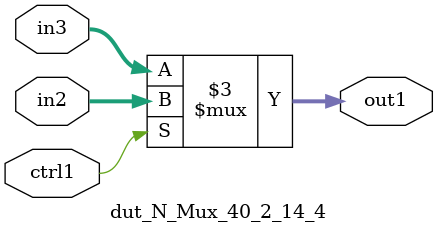
<source format=v>

`timescale 1ps / 1ps


module dut_N_Mux_40_2_14_4( in3, in2, ctrl1, out1 );

    input [39:0] in3;
    input [39:0] in2;
    input ctrl1;
    output [39:0] out1;
    reg [39:0] out1;

    
    // rtl_process:dut_N_Mux_40_2_14_4/dut_N_Mux_40_2_14_4_thread_1
    always @*
      begin : dut_N_Mux_40_2_14_4_thread_1
        case (ctrl1) 
          1'b1: 
            begin
              out1 = in2;
            end
          default: 
            begin
              out1 = in3;
            end
        endcase
      end

endmodule




</source>
